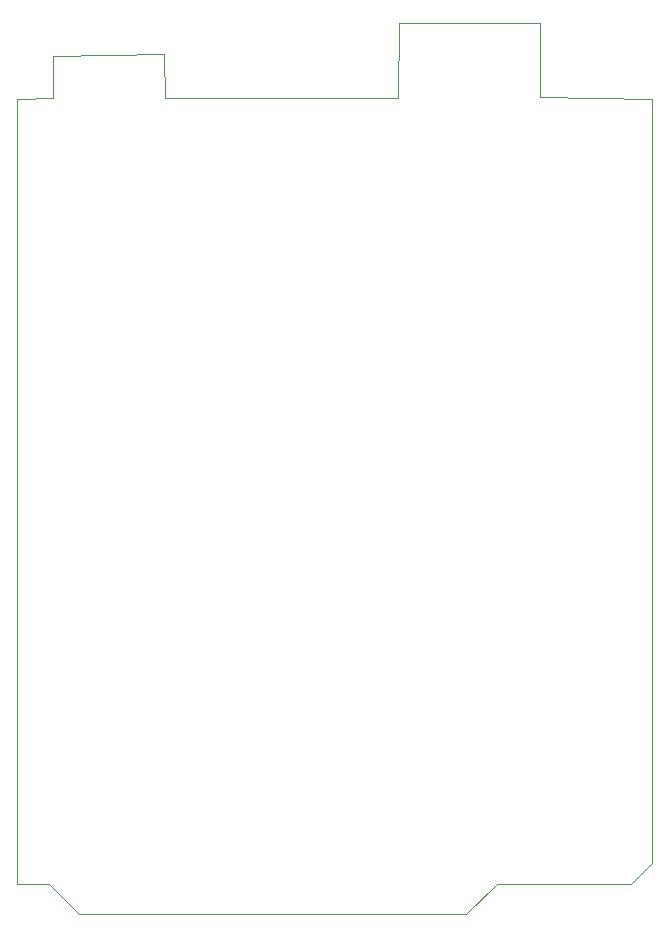
<source format=gbr>
%TF.GenerationSoftware,KiCad,Pcbnew,7.0.10*%
%TF.CreationDate,2024-01-11T23:08:57+05:30*%
%TF.ProjectId,rp2040-basic-m1,72703230-3430-42d6-9261-7369632d6d31,rev?*%
%TF.SameCoordinates,Original*%
%TF.FileFunction,Profile,NP*%
%FSLAX46Y46*%
G04 Gerber Fmt 4.6, Leading zero omitted, Abs format (unit mm)*
G04 Created by KiCad (PCBNEW 7.0.10) date 2024-01-11 23:08:57*
%MOMM*%
%LPD*%
G01*
G04 APERTURE LIST*
%TA.AperFunction,Profile*%
%ADD10C,0.100000*%
%TD*%
G04 APERTURE END LIST*
D10*
X236350000Y-39450000D02*
X236460000Y-43130000D01*
X268180000Y-36790000D02*
X268190000Y-43100000D01*
X226990000Y-43170000D02*
X227000000Y-39560000D01*
X223880000Y-109700000D02*
X223890000Y-43200000D01*
X277690000Y-107940000D02*
X275940000Y-109680000D01*
X261940000Y-112240000D02*
X229190000Y-112250000D01*
X227000000Y-39560000D02*
X236350000Y-39450000D01*
X264540000Y-109700000D02*
X261940000Y-112240000D01*
X236460000Y-43130000D02*
X256200000Y-43140000D01*
X256240000Y-36830000D02*
X268180000Y-36790000D01*
X256200000Y-43140000D02*
X256240000Y-36830000D01*
X226640000Y-109720000D02*
X223880000Y-109700000D01*
X229190000Y-112250000D02*
X226640000Y-109720000D01*
X275940000Y-109680000D02*
X264540000Y-109700000D01*
X268190000Y-43100000D02*
X277670000Y-43210000D01*
X277670000Y-43210000D02*
X277690000Y-107940000D01*
X223890000Y-43200000D02*
X226990000Y-43170000D01*
M02*

</source>
